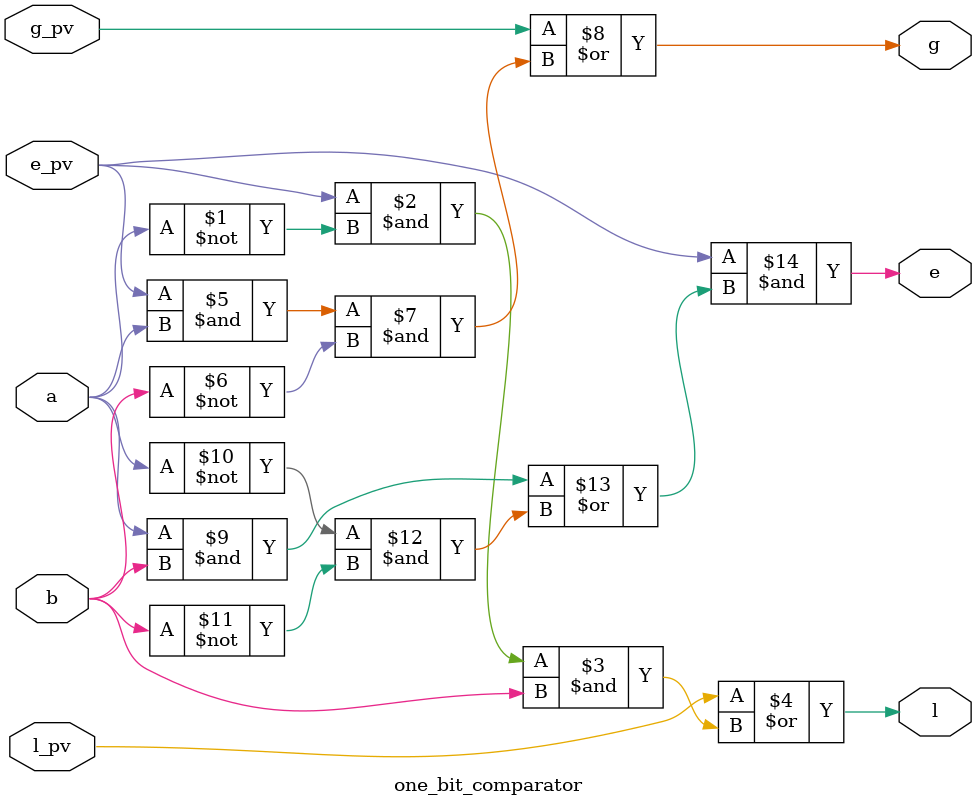
<source format=v>
module one_bit_comparator (a,b,l_pv,g_pv,e_pv,l,g,e);
    /* l_pv,g_pv,e_pv represents compratror value for last most significant bit and
     l,g,e represents current bit comparison result*/
    input a,b,l_pv,g_pv,e_pv;

    output l,g,e;
    wire l,g,e;

    /*to remove using if...else, decuced l, g , e;
    directly in terms of other inputs */
    /* if previous value gives l_pv=1 or g_pv=1 that is directly
    passed to l or g resp. while other part is used if e_pv=1 */

    assign l = l_pv | (e_pv & ~a & b);
    assign g = g_pv | (e_pv & a & ~b);
    assign e = e_pv & ((a & b) | (~a & ~b));

endmodule

</source>
